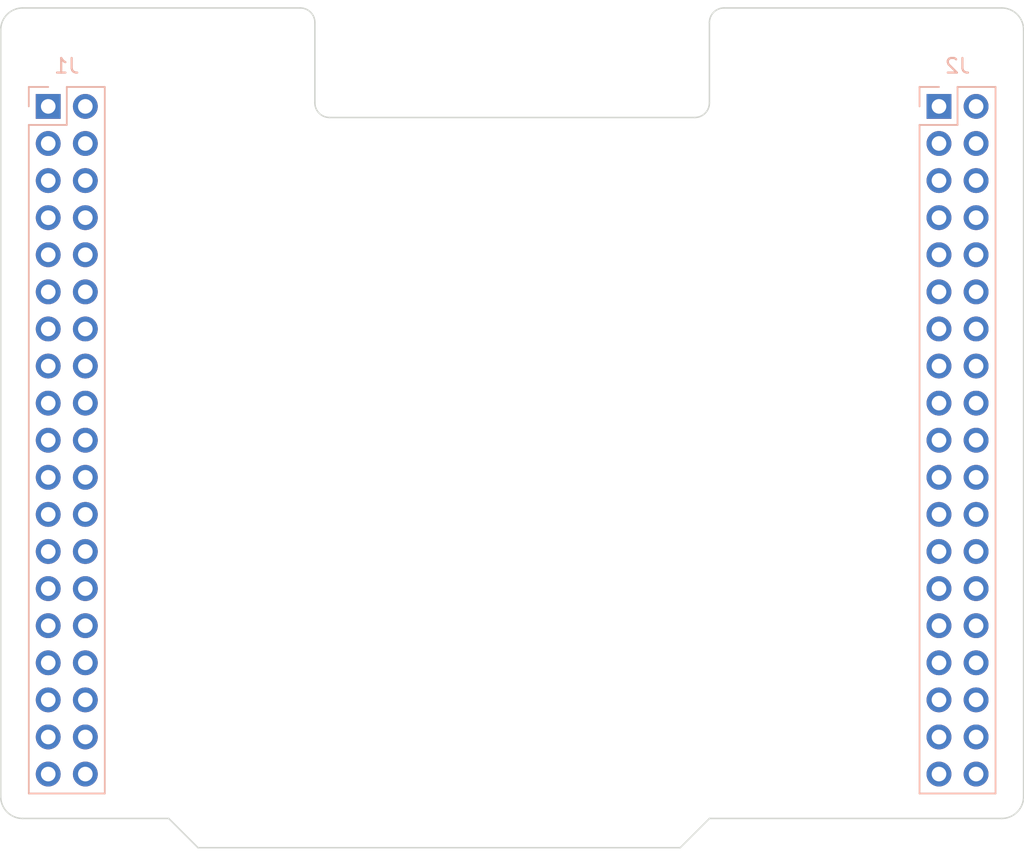
<source format=kicad_pcb>
(kicad_pcb (version 20241229) (generator "pcbnew") (generator_version "9.0")
  (layers (0 "F.Cu" signal) (2 "B.Cu" signal) (13 "F.Paste" user) (15 "B.Paste" user) (5 "F.SilkS" user "F.Silkscreen") (7 "B.SilkS" user "B.Silkscreen") (1 "F.Mask" user) (3 "B.Mask" user) (25 "Edge.Cuts" user))
  (net 0 "")
  (net 5 "VDD")
  (net 6 "/E5V")
  (net 8 "GND")
  (net 12 "/IOREF")
  (net 14 "/~{RST}")
  (net 16 "+3V3")
  (net 18 "+5V")
  (net 21 "/VIN")
  (net 30 "+BATT")
  (net 43 "/5V_USB_CHGR")
  (net 65 "GNDA")
  (footprint "MountingHole:MountingHole_3.2mm_M3" (layer "F.Cu") (at 160.63 59.7)
    (property "Reference" "H3" (hide yes))
    (property "Value" "MountingHole" (hide yes))
    (pad "" np_thru_hole circle (at 0 0) (size 3.2 3.2) (drill 3.2) (layers "*.Cu" "*.Mask"))
  )
  (footprint "MountingHole:MountingHole_3.2mm_M3" (layer "F.Cu") (at 145.39 110.4)
    (property "Reference" "H1" (hide yes))
    (property "Value" "MountingHole" (hide yes))
    (pad "" np_thru_hole circle (at 0 0) (size 3.2 3.2) (drill 3.2) (layers "*.Cu" "*.Mask"))
  )
  (footprint "MountingHole:MountingHole_3.2mm_M3" (layer "F.Cu") (at 112.37 58.43)
    (property "Reference" "H2" (hide yes))
    (property "Value" "MountingHole" (hide yes))
    (pad "" np_thru_hole circle (at 0 0) (size 3.2 3.2) (drill 3.2) (layers "*.Cu" "*.Mask"))
  )
  (footprint "Connector_PinSocket_2.54mm:PinSocket_2x19_P2.54mm_Vertical" (layer "B.Cu") (at 165.71 62.24 180)
    (property "Reference" "J2" (at -1.27 2.77 0) (layer "B.SilkS") (effects (justify mirror)))
    (property "Value" "CN10")
    (fp_line (start 1.33 1.33) (end 1.33 0) (stroke (width 0.12)) (layer "B.SilkS"))
    (fp_line (start 1.33 -1.27) (end 1.33 -47.05) (stroke (width 0.12)) (layer "B.SilkS"))
    (fp_line (start 0 1.33) (end 1.33 1.33) (stroke (width 0.12)) (layer "B.SilkS"))
    (fp_line (start -1.27 1.33) (end -1.27 -1.27) (stroke (width 0.12)) (layer "B.SilkS"))
    (fp_line (start -1.27 -1.27) (end 1.33 -1.27) (stroke (width 0.12)) (layer "B.SilkS"))
    (fp_line (start -3.87 1.33) (end -1.27 1.33) (stroke (width 0.12)) (layer "B.SilkS"))
    (fp_line (start -3.87 1.33) (end -3.87 -47.05) (stroke (width 0.12)) (layer "B.SilkS"))
    (fp_line (start -3.87 -47.05) (end 1.33 -47.05) (stroke (width 0.12)) (layer "B.SilkS"))
    (pad "1" thru_hole rect (at 0 0 180) (size 1.7 1.7) (drill 1) (layers "*.Cu" "*.Mask"))
    (pad "2" thru_hole oval (at -2.54 0 180) (size 1.7 1.7) (drill 1) (layers "*.Cu" "*.Mask"))
    (pad "3" thru_hole oval (at 0 -2.54 180) (size 1.7 1.7) (drill 1) (layers "*.Cu" "*.Mask"))
    (pad "4" thru_hole oval (at -2.54 -2.54 180) (size 1.7 1.7) (drill 1) (layers "*.Cu" "*.Mask"))
    (pad "5" thru_hole oval (at 0 -5.08 180) (size 1.7 1.7) (drill 1) (layers "*.Cu" "*.Mask"))
    (pad "6" thru_hole oval (at -2.54 -5.08 180) (size 1.7 1.7) (drill 1) (layers "*.Cu" "*.Mask"))
    (pad "7" thru_hole oval (at 0 -7.62 180) (size 1.7 1.7) (drill 1) (layers "*.Cu" "*.Mask"))
    (pad "8" thru_hole oval (at -2.54 -7.62 180) (size 1.7 1.7) (drill 1) (layers "*.Cu" "*.Mask") (net 43 "/5V_USB_CHGR"))
    (pad "9" thru_hole oval (at 0 -10.16 180) (size 1.7 1.7) (drill 1) (layers "*.Cu" "*.Mask"))
    (pad "10" thru_hole oval (at -2.54 -10.16 180) (size 1.7 1.7) (drill 1) (layers "*.Cu" "*.Mask"))
    (pad "11" thru_hole oval (at 0 -12.7 180) (size 1.7 1.7) (drill 1) (layers "*.Cu" "*.Mask"))
    (pad "12" thru_hole oval (at -2.54 -12.7 180) (size 1.7 1.7) (drill 1) (layers "*.Cu" "*.Mask"))
    (pad "13" thru_hole oval (at 0 -15.24 180) (size 1.7 1.7) (drill 1) (layers "*.Cu" "*.Mask"))
    (pad "14" thru_hole oval (at -2.54 -15.24 180) (size 1.7 1.7) (drill 1) (layers "*.Cu" "*.Mask"))
    (pad "15" thru_hole oval (at 0 -17.78 180) (size 1.7 1.7) (drill 1) (layers "*.Cu" "*.Mask"))
    (pad "16" thru_hole oval (at -2.54 -17.78 180) (size 1.7 1.7) (drill 1) (layers "*.Cu" "*.Mask"))
    (pad "17" thru_hole oval (at 0 -20.32 180) (size 1.7 1.7) (drill 1) (layers "*.Cu" "*.Mask"))
    (pad "18" thru_hole oval (at -2.54 -20.32 180) (size 1.7 1.7) (drill 1) (layers "*.Cu" "*.Mask"))
    (pad "19" thru_hole oval (at 0 -22.86 180) (size 1.7 1.7) (drill 1) (layers "*.Cu" "*.Mask"))
    (pad "20" thru_hole oval (at -2.54 -22.86 180) (size 1.7 1.7) (drill 1) (layers "*.Cu" "*.Mask") (net 8 "GND"))
    (pad "21" thru_hole oval (at 0 -25.4 180) (size 1.7 1.7) (drill 1) (layers "*.Cu" "*.Mask"))
    (pad "22" thru_hole oval (at -2.54 -25.4 180) (size 1.7 1.7) (drill 1) (layers "*.Cu" "*.Mask"))
    (pad "23" thru_hole oval (at 0 -27.94 180) (size 1.7 1.7) (drill 1) (layers "*.Cu" "*.Mask"))
    (pad "24" thru_hole oval (at -2.54 -27.94 180) (size 1.7 1.7) (drill 1) (layers "*.Cu" "*.Mask"))
    (pad "25" thru_hole oval (at 0 -30.48 180) (size 1.7 1.7) (drill 1) (layers "*.Cu" "*.Mask"))
    (pad "26" thru_hole oval (at -2.54 -30.48 180) (size 1.7 1.7) (drill 1) (layers "*.Cu" "*.Mask"))
    (pad "27" thru_hole oval (at 0 -33.02 180) (size 1.7 1.7) (drill 1) (layers "*.Cu" "*.Mask"))
    (pad "28" thru_hole oval (at -2.54 -33.02 180) (size 1.7 1.7) (drill 1) (layers "*.Cu" "*.Mask"))
    (pad "29" thru_hole oval (at 0 -35.56 180) (size 1.7 1.7) (drill 1) (layers "*.Cu" "*.Mask"))
    (pad "30" thru_hole oval (at -2.54 -35.56 180) (size 1.7 1.7) (drill 1) (layers "*.Cu" "*.Mask"))
    (pad "31" thru_hole oval (at 0 -38.1 180) (size 1.7 1.7) (drill 1) (layers "*.Cu" "*.Mask"))
    (pad "32" thru_hole oval (at -2.54 -38.1 180) (size 1.7 1.7) (drill 1) (layers "*.Cu" "*.Mask") (net 65 "GNDA"))
    (pad "33" thru_hole oval (at 0 -40.64 180) (size 1.7 1.7) (drill 1) (layers "*.Cu" "*.Mask"))
    (pad "34" thru_hole oval (at -2.54 -40.64 180) (size 1.7 1.7) (drill 1) (layers "*.Cu" "*.Mask"))
    (pad "35" thru_hole oval (at 0 -43.18 180) (size 1.7 1.7) (drill 1) (layers "*.Cu" "*.Mask"))
    (pad "36" thru_hole oval (at -2.54 -43.18 180) (size 1.7 1.7) (drill 1) (layers "*.Cu" "*.Mask"))
    (pad "37" thru_hole oval (at 0 -45.72 180) (size 1.7 1.7) (drill 1) (layers "*.Cu" "*.Mask"))
    (pad "38" thru_hole oval (at -2.54 -45.72 180) (size 1.7 1.7) (drill 1) (layers "*.Cu" "*.Mask"))
  )
  (footprint "Connector_PinSocket_2.54mm:PinSocket_2x19_P2.54mm_Vertical" (layer "B.Cu") (at 104.75 62.24 180)
    (property "Reference" "J1" (at -1.27 2.77 0) (layer "B.SilkS") (effects (justify mirror)))
    (property "Value" "CN7")
    (fp_line (start 1.33 1.33) (end 1.33 0) (stroke (width 0.12)) (layer "B.SilkS"))
    (fp_line (start 1.33 -1.27) (end 1.33 -47.05) (stroke (width 0.12)) (layer "B.SilkS"))
    (fp_line (start 0 1.33) (end 1.33 1.33) (stroke (width 0.12)) (layer "B.SilkS"))
    (fp_line (start -1.27 1.33) (end -1.27 -1.27) (stroke (width 0.12)) (layer "B.SilkS"))
    (fp_line (start -1.27 -1.27) (end 1.33 -1.27) (stroke (width 0.12)) (layer "B.SilkS"))
    (fp_line (start -3.87 1.33) (end -1.27 1.33) (stroke (width 0.12)) (layer "B.SilkS"))
    (fp_line (start -3.87 1.33) (end -3.87 -47.05) (stroke (width 0.12)) (layer "B.SilkS"))
    (fp_line (start -3.87 -47.05) (end 1.33 -47.05) (stroke (width 0.12)) (layer "B.SilkS"))
    (pad "1" thru_hole rect (at 0 0 180) (size 1.7 1.7) (drill 1) (layers "*.Cu" "*.Mask"))
    (pad "2" thru_hole oval (at -2.54 0 180) (size 1.7 1.7) (drill 1) (layers "*.Cu" "*.Mask"))
    (pad "3" thru_hole oval (at 0 -2.54 180) (size 1.7 1.7) (drill 1) (layers "*.Cu" "*.Mask"))
    (pad "4" thru_hole oval (at -2.54 -2.54 180) (size 1.7 1.7) (drill 1) (layers "*.Cu" "*.Mask"))
    (pad "5" thru_hole oval (at 0 -5.08 180) (size 1.7 1.7) (drill 1) (layers "*.Cu" "*.Mask") (net 5 "VDD"))
    (pad "6" thru_hole oval (at -2.54 -5.08 180) (size 1.7 1.7) (drill 1) (layers "*.Cu" "*.Mask") (net 6 "/E5V"))
    (pad "7" thru_hole oval (at 0 -7.62 180) (size 1.7 1.7) (drill 1) (layers "*.Cu" "*.Mask"))
    (pad "8" thru_hole oval (at -2.54 -7.62 180) (size 1.7 1.7) (drill 1) (layers "*.Cu" "*.Mask") (net 8 "GND"))
    (pad "9" thru_hole oval (at 0 -10.16 180) (size 1.7 1.7) (drill 1) (layers "*.Cu" "*.Mask"))
    (pad "10" thru_hole oval (at -2.54 -10.16 180) (size 1.7 1.7) (drill 1) (layers "*.Cu" "*.Mask"))
    (pad "11" thru_hole oval (at 0 -12.7 180) (size 1.7 1.7) (drill 1) (layers "*.Cu" "*.Mask"))
    (pad "12" thru_hole oval (at -2.54 -12.7 180) (size 1.7 1.7) (drill 1) (layers "*.Cu" "*.Mask") (net 12 "/IOREF"))
    (pad "13" thru_hole oval (at 0 -15.24 180) (size 1.7 1.7) (drill 1) (layers "*.Cu" "*.Mask"))
    (pad "14" thru_hole oval (at -2.54 -15.24 180) (size 1.7 1.7) (drill 1) (layers "*.Cu" "*.Mask") (net 14 "/~{RST}"))
    (pad "15" thru_hole oval (at 0 -17.78 180) (size 1.7 1.7) (drill 1) (layers "*.Cu" "*.Mask"))
    (pad "16" thru_hole oval (at -2.54 -17.78 180) (size 1.7 1.7) (drill 1) (layers "*.Cu" "*.Mask") (net 16 "+3V3"))
    (pad "17" thru_hole oval (at 0 -20.32 180) (size 1.7 1.7) (drill 1) (layers "*.Cu" "*.Mask"))
    (pad "18" thru_hole oval (at -2.54 -20.32 180) (size 1.7 1.7) (drill 1) (layers "*.Cu" "*.Mask") (net 18 "+5V"))
    (pad "19" thru_hole oval (at 0 -22.86 180) (size 1.7 1.7) (drill 1) (layers "*.Cu" "*.Mask") (net 8 "GND"))
    (pad "20" thru_hole oval (at -2.54 -22.86 180) (size 1.7 1.7) (drill 1) (layers "*.Cu" "*.Mask") (net 8 "GND"))
    (pad "21" thru_hole oval (at 0 -25.4 180) (size 1.7 1.7) (drill 1) (layers "*.Cu" "*.Mask"))
    (pad "22" thru_hole oval (at -2.54 -25.4 180) (size 1.7 1.7) (drill 1) (layers "*.Cu" "*.Mask") (net 8 "GND"))
    (pad "23" thru_hole oval (at 0 -27.94 180) (size 1.7 1.7) (drill 1) (layers "*.Cu" "*.Mask"))
    (pad "24" thru_hole oval (at -2.54 -27.94 180) (size 1.7 1.7) (drill 1) (layers "*.Cu" "*.Mask") (net 21 "/VIN"))
    (pad "25" thru_hole oval (at 0 -30.48 180) (size 1.7 1.7) (drill 1) (layers "*.Cu" "*.Mask"))
    (pad "26" thru_hole oval (at -2.54 -30.48 180) (size 1.7 1.7) (drill 1) (layers "*.Cu" "*.Mask"))
    (pad "27" thru_hole oval (at 0 -33.02 180) (size 1.7 1.7) (drill 1) (layers "*.Cu" "*.Mask"))
    (pad "28" thru_hole oval (at -2.54 -33.02 180) (size 1.7 1.7) (drill 1) (layers "*.Cu" "*.Mask"))
    (pad "29" thru_hole oval (at 0 -35.56 180) (size 1.7 1.7) (drill 1) (layers "*.Cu" "*.Mask"))
    (pad "30" thru_hole oval (at -2.54 -35.56 180) (size 1.7 1.7) (drill 1) (layers "*.Cu" "*.Mask"))
    (pad "31" thru_hole oval (at 0 -38.1 180) (size 1.7 1.7) (drill 1) (layers "*.Cu" "*.Mask"))
    (pad "32" thru_hole oval (at -2.54 -38.1 180) (size 1.7 1.7) (drill 1) (layers "*.Cu" "*.Mask"))
    (pad "33" thru_hole oval (at 0 -40.64 180) (size 1.7 1.7) (drill 1) (layers "*.Cu" "*.Mask") (net 30 "+BATT"))
    (pad "34" thru_hole oval (at -2.54 -40.64 180) (size 1.7 1.7) (drill 1) (layers "*.Cu" "*.Mask"))
    (pad "35" thru_hole oval (at 0 -43.18 180) (size 1.7 1.7) (drill 1) (layers "*.Cu" "*.Mask"))
    (pad "36" thru_hole oval (at -2.54 -43.18 180) (size 1.7 1.7) (drill 1) (layers "*.Cu" "*.Mask"))
    (pad "37" thru_hole oval (at 0 -45.72 180) (size 1.7 1.7) (drill 1) (layers "*.Cu" "*.Mask"))
    (pad "38" thru_hole oval (at -2.54 -45.72 180) (size 1.7 1.7) (drill 1) (layers "*.Cu" "*.Mask"))
  )
  (gr_line (start 151 55.5) (end 170 55.5) (stroke (width 0.1)) (layer "Edge.Cuts"))
  (gr_line (start 148 113) (end 150 111) (stroke (width 0.1)) (layer "Edge.Cuts"))
  (gr_arc (start 101.5 57) (mid 101.93934 55.93934) (end 103 55.5) (stroke (width 0.1)) (layer "Edge.Cuts"))
  (gr_line (start 150 62) (end 150 56.5) (stroke (width 0.1)) (layer "Edge.Cuts"))
  (gr_arc (start 122 55.5) (mid 122.707107 55.792893) (end 123 56.5) (stroke (width 0.1)) (layer "Edge.Cuts"))
  (gr_arc (start 103 111) (mid 101.93934 110.56066) (end 101.5 109.5) (stroke (width 0.1)) (layer "Edge.Cuts"))
  (gr_arc (start 150 56.5) (mid 150.292893 55.792893) (end 151 55.5) (stroke (width 0.1)) (layer "Edge.Cuts"))
  (gr_arc (start 171.5 109.5) (mid 171.06066 110.56066) (end 170 111) (stroke (width 0.1)) (layer "Edge.Cuts"))
  (gr_line (start 123 56.5) (end 123 62) (stroke (width 0.1)) (layer "Edge.Cuts"))
  (gr_arc (start 150 62) (mid 149.707107 62.707107) (end 149 63) (stroke (width 0.1)) (layer "Edge.Cuts"))
  (gr_line (start 171.5 57) (end 171.5 109.5) (stroke (width 0.1)) (layer "Edge.Cuts"))
  (gr_line (start 115 113) (end 148 113) (stroke (width 0.1)) (layer "Edge.Cuts"))
  (gr_arc (start 170 55.5) (mid 171.06066 55.93934) (end 171.5 57) (stroke (width 0.1)) (layer "Edge.Cuts"))
  (gr_line (start 113 111) (end 115 113) (stroke (width 0.1)) (layer "Edge.Cuts"))
  (gr_arc (start 124 63) (mid 123.292893 62.707107) (end 123 62) (stroke (width 0.1)) (layer "Edge.Cuts"))
  (gr_line (start 103 55.5) (end 122 55.5) (stroke (width 0.1)) (layer "Edge.Cuts"))
  (gr_line (start 101.5 57) (end 101.5 109.5) (stroke (width 0.1)) (layer "Edge.Cuts"))
  (gr_line (start 124 63) (end 149 63) (stroke (width 0.1)) (layer "Edge.Cuts"))
  (gr_line (start 103 111) (end 113 111) (stroke (width 0.1)) (layer "Edge.Cuts"))
  (gr_line (start 150 111) (end 170 111) (stroke (width 0.1)) (layer "Edge.Cuts"))
)
</source>
